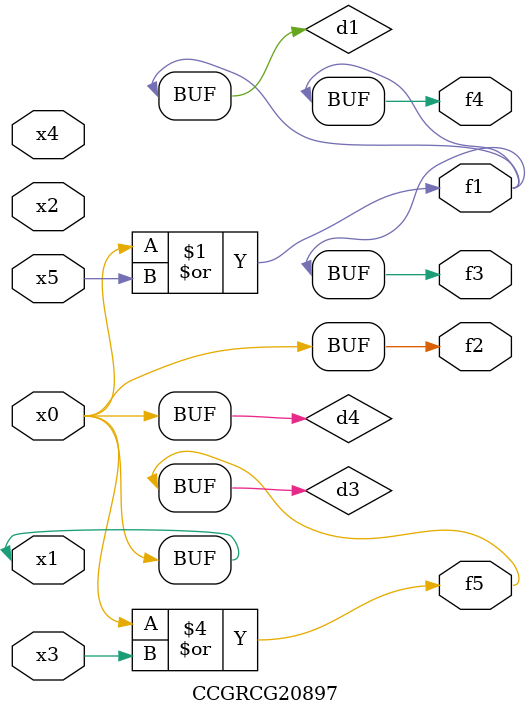
<source format=v>
module CCGRCG20897(
	input x0, x1, x2, x3, x4, x5,
	output f1, f2, f3, f4, f5
);

	wire d1, d2, d3, d4;

	or (d1, x0, x5);
	xnor (d2, x1, x4);
	or (d3, x0, x3);
	buf (d4, x0, x1);
	assign f1 = d1;
	assign f2 = d4;
	assign f3 = d1;
	assign f4 = d1;
	assign f5 = d3;
endmodule

</source>
